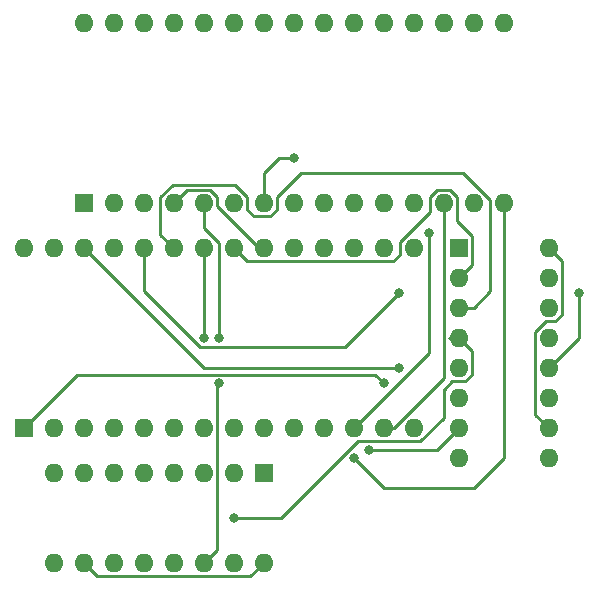
<source format=gbr>
%TF.GenerationSoftware,KiCad,Pcbnew,(5.1.7)-1*%
%TF.CreationDate,2020-10-12T01:03:24+02:00*%
%TF.ProjectId,16bitComputer,31366269-7443-46f6-9d70-757465722e6b,rev?*%
%TF.SameCoordinates,Original*%
%TF.FileFunction,Copper,L2,Bot*%
%TF.FilePolarity,Positive*%
%FSLAX46Y46*%
G04 Gerber Fmt 4.6, Leading zero omitted, Abs format (unit mm)*
G04 Created by KiCad (PCBNEW (5.1.7)-1) date 2020-10-12 01:03:24*
%MOMM*%
%LPD*%
G01*
G04 APERTURE LIST*
%TA.AperFunction,ComponentPad*%
%ADD10R,1.600000X1.600000*%
%TD*%
%TA.AperFunction,ComponentPad*%
%ADD11O,1.600000X1.600000*%
%TD*%
%TA.AperFunction,ViaPad*%
%ADD12C,0.800000*%
%TD*%
%TA.AperFunction,Conductor*%
%ADD13C,0.250000*%
%TD*%
G04 APERTURE END LIST*
D10*
%TO.P,U3,1*%
%TO.N,Net-(U2-Pad6)*%
X118110000Y-101600000D03*
D11*
%TO.P,U3,15*%
%TO.N,Net-(A1-Pad12)*%
X151130000Y-86360000D03*
%TO.P,U3,2*%
%TO.N,Net-(U2-Pad4)*%
X120650000Y-101600000D03*
%TO.P,U3,16*%
%TO.N,Net-(A1-Pad11)*%
X148590000Y-86360000D03*
%TO.P,U3,3*%
%TO.N,Net-(U1-Pad7)*%
X123190000Y-101600000D03*
%TO.P,U3,17*%
%TO.N,Net-(A1-Pad10)*%
X146050000Y-86360000D03*
%TO.P,U3,4*%
%TO.N,Net-(U1-Pad6)*%
X125730000Y-101600000D03*
%TO.P,U3,18*%
%TO.N,Net-(A1-Pad9)*%
X143510000Y-86360000D03*
%TO.P,U3,5*%
%TO.N,Net-(U1-Pad5)*%
X128270000Y-101600000D03*
%TO.P,U3,19*%
%TO.N,Net-(A1-Pad8)*%
X140970000Y-86360000D03*
%TO.P,U3,6*%
%TO.N,Net-(U1-Pad4)*%
X130810000Y-101600000D03*
%TO.P,U3,20*%
%TO.N,GND*%
X138430000Y-86360000D03*
%TO.P,U3,7*%
%TO.N,Net-(U1-Pad3)*%
X133350000Y-101600000D03*
%TO.P,U3,21*%
%TO.N,Net-(U2-Pad2)*%
X135890000Y-86360000D03*
%TO.P,U3,8*%
%TO.N,Net-(U1-Pad2)*%
X135890000Y-101600000D03*
%TO.P,U3,22*%
%TO.N,Net-(U2-Pad7)*%
X133350000Y-86360000D03*
%TO.P,U3,9*%
%TO.N,Net-(U1-Pad1)*%
X138430000Y-101600000D03*
%TO.P,U3,23*%
%TO.N,Net-(U2-Pad3)*%
X130810000Y-86360000D03*
%TO.P,U3,10*%
%TO.N,Net-(U1-Pad15)*%
X140970000Y-101600000D03*
%TO.P,U3,24*%
%TO.N,Net-(U2-Pad1)*%
X128270000Y-86360000D03*
%TO.P,U3,11*%
%TO.N,Net-(A1-Pad15)*%
X143510000Y-101600000D03*
%TO.P,U3,25*%
%TO.N,Net-(U2-Pad15)*%
X125730000Y-86360000D03*
%TO.P,U3,12*%
%TO.N,Net-(A1-Pad14)*%
X146050000Y-101600000D03*
%TO.P,U3,26*%
%TO.N,Net-(U2-Pad5)*%
X123190000Y-86360000D03*
%TO.P,U3,13*%
%TO.N,Net-(A1-Pad13)*%
X148590000Y-101600000D03*
%TO.P,U3,27*%
%TO.N,Net-(A1-Pad16)*%
X120650000Y-86360000D03*
%TO.P,U3,14*%
%TO.N,GND*%
X151130000Y-101600000D03*
%TO.P,U3,28*%
%TO.N,Net-(A1-Pad27)*%
X118110000Y-86360000D03*
%TD*%
D10*
%TO.P,U2,1*%
%TO.N,Net-(U2-Pad1)*%
X154940000Y-86360000D03*
D11*
%TO.P,U2,9*%
%TO.N,Net-(U2-Pad9)*%
X162560000Y-104140000D03*
%TO.P,U2,2*%
%TO.N,Net-(U2-Pad2)*%
X154940000Y-88900000D03*
%TO.P,U2,10*%
%TO.N,Net-(A1-Pad27)*%
X162560000Y-101600000D03*
%TO.P,U2,3*%
%TO.N,Net-(U2-Pad3)*%
X154940000Y-91440000D03*
%TO.P,U2,11*%
%TO.N,Net-(A1-Pad6)*%
X162560000Y-99060000D03*
%TO.P,U2,4*%
%TO.N,Net-(U2-Pad4)*%
X154940000Y-93980000D03*
%TO.P,U2,12*%
%TO.N,Net-(A1-Pad7)*%
X162560000Y-96520000D03*
%TO.P,U2,5*%
%TO.N,Net-(U2-Pad5)*%
X154940000Y-96520000D03*
%TO.P,U2,13*%
%TO.N,GND*%
X162560000Y-93980000D03*
%TO.P,U2,6*%
%TO.N,Net-(U2-Pad6)*%
X154940000Y-99060000D03*
%TO.P,U2,14*%
%TO.N,Net-(U1-Pad9)*%
X162560000Y-91440000D03*
%TO.P,U2,7*%
%TO.N,Net-(U2-Pad7)*%
X154940000Y-101600000D03*
%TO.P,U2,15*%
%TO.N,Net-(U2-Pad15)*%
X162560000Y-88900000D03*
%TO.P,U2,8*%
%TO.N,GND*%
X154940000Y-104140000D03*
%TO.P,U2,16*%
%TO.N,Net-(A1-Pad27)*%
X162560000Y-86360000D03*
%TD*%
D10*
%TO.P,U1,1*%
%TO.N,Net-(U1-Pad1)*%
X138430000Y-105410000D03*
D11*
%TO.P,U1,9*%
%TO.N,Net-(U1-Pad9)*%
X120650000Y-113030000D03*
%TO.P,U1,2*%
%TO.N,Net-(U1-Pad2)*%
X135890000Y-105410000D03*
%TO.P,U1,10*%
%TO.N,Net-(A1-Pad27)*%
X123190000Y-113030000D03*
%TO.P,U1,3*%
%TO.N,Net-(U1-Pad3)*%
X133350000Y-105410000D03*
%TO.P,U1,11*%
%TO.N,Net-(A1-Pad6)*%
X125730000Y-113030000D03*
%TO.P,U1,4*%
%TO.N,Net-(U1-Pad4)*%
X130810000Y-105410000D03*
%TO.P,U1,12*%
%TO.N,Net-(A1-Pad7)*%
X128270000Y-113030000D03*
%TO.P,U1,5*%
%TO.N,Net-(U1-Pad5)*%
X128270000Y-105410000D03*
%TO.P,U1,13*%
%TO.N,GND*%
X130810000Y-113030000D03*
%TO.P,U1,6*%
%TO.N,Net-(U1-Pad6)*%
X125730000Y-105410000D03*
%TO.P,U1,14*%
%TO.N,Net-(A1-Pad5)*%
X133350000Y-113030000D03*
%TO.P,U1,7*%
%TO.N,Net-(U1-Pad7)*%
X123190000Y-105410000D03*
%TO.P,U1,15*%
%TO.N,Net-(U1-Pad15)*%
X135890000Y-113030000D03*
%TO.P,U1,8*%
%TO.N,GND*%
X120650000Y-105410000D03*
%TO.P,U1,16*%
%TO.N,Net-(A1-Pad27)*%
X138430000Y-113030000D03*
%TD*%
D10*
%TO.P,A1,1*%
%TO.N,Net-(A1-Pad1)*%
X123190000Y-82550000D03*
D11*
%TO.P,A1,17*%
%TO.N,Net-(A1-Pad17)*%
X156210000Y-67310000D03*
%TO.P,A1,2*%
%TO.N,Net-(A1-Pad2)*%
X125730000Y-82550000D03*
%TO.P,A1,18*%
%TO.N,Net-(A1-Pad18)*%
X153670000Y-67310000D03*
%TO.P,A1,3*%
%TO.N,Net-(A1-Pad3)*%
X128270000Y-82550000D03*
%TO.P,A1,19*%
%TO.N,Net-(A1-Pad19)*%
X151130000Y-67310000D03*
%TO.P,A1,4*%
%TO.N,GND*%
X130810000Y-82550000D03*
%TO.P,A1,20*%
%TO.N,Net-(A1-Pad20)*%
X148590000Y-67310000D03*
%TO.P,A1,5*%
%TO.N,Net-(A1-Pad5)*%
X133350000Y-82550000D03*
%TO.P,A1,21*%
%TO.N,Net-(A1-Pad21)*%
X146050000Y-67310000D03*
%TO.P,A1,6*%
%TO.N,Net-(A1-Pad6)*%
X135890000Y-82550000D03*
%TO.P,A1,22*%
%TO.N,Net-(A1-Pad22)*%
X143510000Y-67310000D03*
%TO.P,A1,7*%
%TO.N,Net-(A1-Pad7)*%
X138430000Y-82550000D03*
%TO.P,A1,23*%
%TO.N,Net-(A1-Pad23)*%
X140970000Y-67310000D03*
%TO.P,A1,8*%
%TO.N,Net-(A1-Pad8)*%
X140970000Y-82550000D03*
%TO.P,A1,24*%
%TO.N,Net-(A1-Pad24)*%
X138430000Y-67310000D03*
%TO.P,A1,9*%
%TO.N,Net-(A1-Pad9)*%
X143510000Y-82550000D03*
%TO.P,A1,25*%
%TO.N,Net-(A1-Pad25)*%
X135890000Y-67310000D03*
%TO.P,A1,10*%
%TO.N,Net-(A1-Pad10)*%
X146050000Y-82550000D03*
%TO.P,A1,26*%
%TO.N,Net-(A1-Pad26)*%
X133350000Y-67310000D03*
%TO.P,A1,11*%
%TO.N,Net-(A1-Pad11)*%
X148590000Y-82550000D03*
%TO.P,A1,27*%
%TO.N,Net-(A1-Pad27)*%
X130810000Y-67310000D03*
%TO.P,A1,12*%
%TO.N,Net-(A1-Pad12)*%
X151130000Y-82550000D03*
%TO.P,A1,28*%
%TO.N,Net-(A1-Pad28)*%
X128270000Y-67310000D03*
%TO.P,A1,13*%
%TO.N,Net-(A1-Pad13)*%
X153670000Y-82550000D03*
%TO.P,A1,29*%
%TO.N,Net-(A1-Pad29)*%
X125730000Y-67310000D03*
%TO.P,A1,14*%
%TO.N,Net-(A1-Pad14)*%
X156210000Y-82550000D03*
%TO.P,A1,30*%
%TO.N,Net-(A1-Pad30)*%
X123190000Y-67310000D03*
%TO.P,A1,15*%
%TO.N,Net-(A1-Pad15)*%
X158750000Y-82550000D03*
%TO.P,A1,16*%
%TO.N,Net-(A1-Pad16)*%
X158750000Y-67310000D03*
%TD*%
D12*
%TO.N,Net-(A1-Pad5)*%
X134620000Y-97790000D03*
X134620000Y-93980000D03*
%TO.N,Net-(A1-Pad7)*%
X165100000Y-90170000D03*
X140970000Y-78740000D03*
%TO.N,Net-(A1-Pad14)*%
X152400000Y-85090000D03*
%TO.N,Net-(A1-Pad15)*%
X146050000Y-104140000D03*
%TO.N,Net-(U2-Pad1)*%
X149860000Y-90170000D03*
%TO.N,Net-(U2-Pad4)*%
X135890000Y-109220000D03*
%TO.N,Net-(U2-Pad5)*%
X149860000Y-96520000D03*
%TO.N,Net-(U2-Pad6)*%
X148590000Y-97790000D03*
%TO.N,Net-(U2-Pad7)*%
X133350000Y-93980000D03*
X147320000Y-103450001D03*
%TD*%
D13*
%TO.N,GND*%
X131935001Y-81424999D02*
X130810000Y-82550000D01*
X134475001Y-82009999D02*
X133890001Y-81424999D01*
X134475001Y-82800003D02*
X134475001Y-82009999D01*
X138034998Y-86360000D02*
X134475001Y-82800003D01*
X133890001Y-81424999D02*
X131935001Y-81424999D01*
X138430000Y-86360000D02*
X138034998Y-86360000D01*
%TO.N,Net-(A1-Pad5)*%
X134475001Y-111904999D02*
X134475001Y-97934999D01*
X134475001Y-97934999D02*
X134620000Y-97790000D01*
X133350000Y-113030000D02*
X134475001Y-111904999D01*
X133350000Y-84694998D02*
X133350000Y-82550000D01*
X134620000Y-85964998D02*
X133350000Y-84694998D01*
X134620000Y-93980000D02*
X134620000Y-85964998D01*
%TO.N,Net-(A1-Pad7)*%
X162560000Y-96520000D02*
X165100000Y-93980000D01*
X165100000Y-93980000D02*
X165100000Y-90170000D01*
X140970000Y-78740000D02*
X139700000Y-78740000D01*
X138430000Y-80010000D02*
X138430000Y-82550000D01*
X139700000Y-78740000D02*
X138430000Y-80010000D01*
%TO.N,Net-(A1-Pad27)*%
X163685001Y-87485001D02*
X162560000Y-86360000D01*
X163685001Y-91980001D02*
X163685001Y-87485001D01*
X162309997Y-92565001D02*
X163100001Y-92565001D01*
X163100001Y-92565001D02*
X163685001Y-91980001D01*
X161434999Y-93439999D02*
X162309997Y-92565001D01*
X161434999Y-100474999D02*
X161434999Y-93439999D01*
X162560000Y-101600000D02*
X161434999Y-100474999D01*
X137304999Y-114155001D02*
X138430000Y-113030000D01*
X124315001Y-114155001D02*
X137304999Y-114155001D01*
X123190000Y-113030000D02*
X124315001Y-114155001D01*
%TO.N,Net-(A1-Pad13)*%
X149464998Y-101600000D02*
X148590000Y-101600000D01*
X153670000Y-97394998D02*
X149464998Y-101600000D01*
X153670000Y-82550000D02*
X153670000Y-97394998D01*
%TO.N,Net-(A1-Pad14)*%
X152400000Y-95250000D02*
X152400000Y-85090000D01*
X146050000Y-101600000D02*
X152400000Y-95250000D01*
%TO.N,Net-(A1-Pad15)*%
X158750000Y-104140000D02*
X158750000Y-82550000D01*
X156210000Y-106680000D02*
X158750000Y-104140000D01*
X148590000Y-106680000D02*
X156210000Y-106680000D01*
X146050000Y-104140000D02*
X148590000Y-106680000D01*
%TO.N,Net-(U2-Pad1)*%
X145324999Y-94705001D02*
X149860000Y-90170000D01*
X133001999Y-94705001D02*
X145324999Y-94705001D01*
X128270000Y-89973002D02*
X133001999Y-94705001D01*
X128270000Y-86360000D02*
X128270000Y-89973002D01*
%TO.N,Net-(U2-Pad2)*%
X156065001Y-85299999D02*
X156065001Y-87774999D01*
X154795001Y-84029999D02*
X156065001Y-85299999D01*
X154795001Y-82009999D02*
X154795001Y-84029999D01*
X154210001Y-81424999D02*
X154795001Y-82009999D01*
X152544999Y-82009999D02*
X153129999Y-81424999D01*
X152544999Y-83279999D02*
X152544999Y-82009999D01*
X150004999Y-85819999D02*
X152544999Y-83279999D01*
X150004999Y-86900001D02*
X150004999Y-85819999D01*
X149419999Y-87485001D02*
X150004999Y-86900001D01*
X156065001Y-87774999D02*
X154940000Y-88900000D01*
X137015001Y-87485001D02*
X149419999Y-87485001D01*
X153129999Y-81424999D02*
X154210001Y-81424999D01*
X135890000Y-86360000D02*
X137015001Y-87485001D01*
%TO.N,Net-(U2-Pad3)*%
X154940000Y-91440000D02*
X156210000Y-91440000D01*
X129684999Y-85234999D02*
X130810000Y-86360000D01*
X129684999Y-82009999D02*
X129684999Y-85234999D01*
X137015001Y-82009999D02*
X135979991Y-80974989D01*
X137015001Y-83090001D02*
X137015001Y-82009999D01*
X137600001Y-83675001D02*
X137015001Y-83090001D01*
X138970001Y-83675001D02*
X137600001Y-83675001D01*
X139555001Y-83090001D02*
X138970001Y-83675001D01*
X139555001Y-82009999D02*
X139555001Y-83090001D01*
X141555000Y-80010000D02*
X139555001Y-82009999D01*
X130720009Y-80974989D02*
X129684999Y-82009999D01*
X155335002Y-80010000D02*
X141555000Y-80010000D01*
X135979991Y-80974989D02*
X130720009Y-80974989D01*
X157624999Y-82299997D02*
X155335002Y-80010000D01*
X157624999Y-90025001D02*
X157624999Y-82299997D01*
X156210000Y-91440000D02*
X157624999Y-90025001D01*
%TO.N,Net-(U2-Pad4)*%
X154940000Y-93980000D02*
X154120010Y-93980000D01*
X156065001Y-95105001D02*
X154940000Y-93980000D01*
X155480001Y-97645001D02*
X156065001Y-97060001D01*
X154399999Y-97645001D02*
X155480001Y-97645001D01*
X153670000Y-98375000D02*
X154399999Y-97645001D01*
X153670000Y-100725002D02*
X153670000Y-98375000D01*
X156065001Y-97060001D02*
X156065001Y-95105001D01*
X151670001Y-102725001D02*
X153670000Y-100725002D01*
X146391997Y-102725001D02*
X151670001Y-102725001D01*
X139896998Y-109220000D02*
X146391997Y-102725001D01*
X135890000Y-109220000D02*
X139896998Y-109220000D01*
%TO.N,Net-(U2-Pad5)*%
X133350000Y-96520000D02*
X123190000Y-86360000D01*
X149860000Y-96520000D02*
X133350000Y-96520000D01*
%TO.N,Net-(U2-Pad6)*%
X147864999Y-97064999D02*
X122645001Y-97064999D01*
X122645001Y-97064999D02*
X118110000Y-101600000D01*
X148590000Y-97790000D02*
X147864999Y-97064999D01*
%TO.N,Net-(U2-Pad7)*%
X133350000Y-86360000D02*
X133350000Y-93980000D01*
X153089999Y-103450001D02*
X154940000Y-101600000D01*
X147320000Y-103450001D02*
X153089999Y-103450001D01*
%TD*%
M02*

</source>
